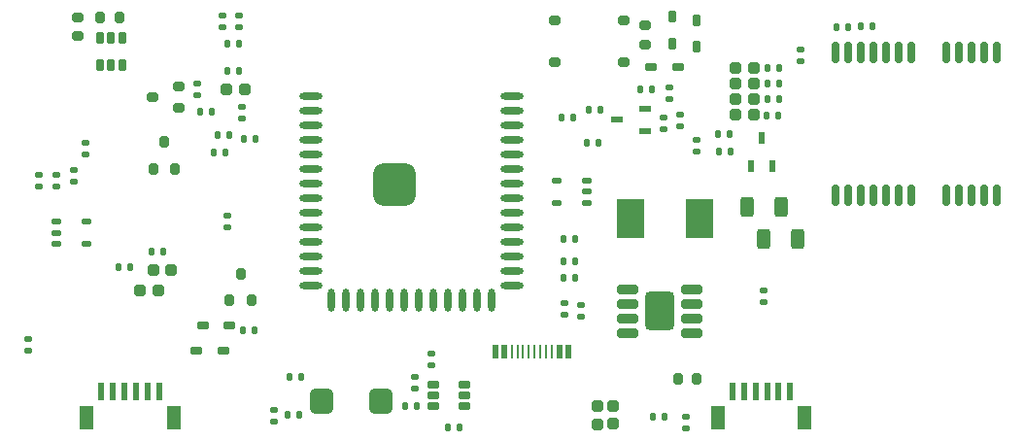
<source format=gbr>
%TF.GenerationSoftware,KiCad,Pcbnew,7.0.7*%
%TF.CreationDate,2023-10-10T16:57:59+13:00*%
%TF.ProjectId,openRiverSense,6f70656e-5269-4766-9572-53656e73652e,rev?*%
%TF.SameCoordinates,Original*%
%TF.FileFunction,Paste,Top*%
%TF.FilePolarity,Positive*%
%FSLAX46Y46*%
G04 Gerber Fmt 4.6, Leading zero omitted, Abs format (unit mm)*
G04 Created by KiCad (PCBNEW 7.0.7) date 2023-10-10 16:57:59*
%MOMM*%
%LPD*%
G01*
G04 APERTURE LIST*
G04 Aperture macros list*
%AMRoundRect*
0 Rectangle with rounded corners*
0 $1 Rounding radius*
0 $2 $3 $4 $5 $6 $7 $8 $9 X,Y pos of 4 corners*
0 Add a 4 corners polygon primitive as box body*
4,1,4,$2,$3,$4,$5,$6,$7,$8,$9,$2,$3,0*
0 Add four circle primitives for the rounded corners*
1,1,$1+$1,$2,$3*
1,1,$1+$1,$4,$5*
1,1,$1+$1,$6,$7*
1,1,$1+$1,$8,$9*
0 Add four rect primitives between the rounded corners*
20,1,$1+$1,$2,$3,$4,$5,0*
20,1,$1+$1,$4,$5,$6,$7,0*
20,1,$1+$1,$6,$7,$8,$9,0*
20,1,$1+$1,$8,$9,$2,$3,0*%
G04 Aperture macros list end*
%ADD10RoundRect,0.150000X0.325000X0.350000X-0.325000X0.350000X-0.325000X-0.350000X0.325000X-0.350000X0*%
%ADD11R,0.600000X1.600000*%
%ADD12R,1.200000X2.000000*%
%ADD13RoundRect,0.150000X-0.350000X0.325000X-0.350000X-0.325000X0.350000X-0.325000X0.350000X0.325000X0*%
%ADD14RoundRect,0.150000X-0.325000X-0.350000X0.325000X-0.350000X0.325000X0.350000X-0.325000X0.350000X0*%
%ADD15RoundRect,0.135000X-0.135000X-0.185000X0.135000X-0.185000X0.135000X0.185000X-0.135000X0.185000X0*%
%ADD16RoundRect,0.200000X0.200000X0.275000X-0.200000X0.275000X-0.200000X-0.275000X0.200000X-0.275000X0*%
%ADD17RoundRect,0.135000X-0.185000X0.135000X-0.185000X-0.135000X0.185000X-0.135000X0.185000X0.135000X0*%
%ADD18RoundRect,0.135000X0.185000X-0.135000X0.185000X0.135000X-0.185000X0.135000X-0.185000X-0.135000X0*%
%ADD19RoundRect,0.112500X0.187500X0.787500X-0.187500X0.787500X-0.187500X-0.787500X0.187500X-0.787500X0*%
%ADD20RoundRect,0.200000X0.275000X-0.200000X0.275000X0.200000X-0.275000X0.200000X-0.275000X-0.200000X0*%
%ADD21RoundRect,0.135000X0.135000X0.185000X-0.135000X0.185000X-0.135000X-0.185000X0.135000X-0.185000X0*%
%ADD22RoundRect,0.511875X-0.511874X-0.608623X0.511874X-0.608623X0.511874X0.608623X-0.511874X0.608623X0*%
%ADD23RoundRect,0.250000X0.312500X0.625000X-0.312500X0.625000X-0.312500X-0.625000X0.312500X-0.625000X0*%
%ADD24RoundRect,0.187503X0.187503X-0.312497X0.187503X0.312497X-0.187503X0.312497X-0.187503X-0.312497X0*%
%ADD25RoundRect,0.187503X0.312497X0.187503X-0.312497X0.187503X-0.312497X-0.187503X0.312497X-0.187503X0*%
%ADD26RoundRect,0.125000X-0.325000X0.125000X-0.325000X-0.125000X0.325000X-0.125000X0.325000X0.125000X0*%
%ADD27RoundRect,0.187503X-0.187503X0.312497X-0.187503X-0.312497X0.187503X-0.312497X0.187503X0.312497X0*%
%ADD28RoundRect,0.200000X0.300000X0.200000X-0.300000X0.200000X-0.300000X-0.200000X0.300000X-0.200000X0*%
%ADD29RoundRect,0.125000X0.325000X-0.125000X0.325000X0.125000X-0.325000X0.125000X-0.325000X-0.125000X0*%
%ADD30RoundRect,0.150000X-0.400000X-0.150000X0.400000X-0.150000X0.400000X0.150000X-0.400000X0.150000X0*%
%ADD31R,1.070003X0.600000*%
%ADD32R,0.600000X1.070003*%
%ADD33RoundRect,0.200000X0.200000X-0.300000X0.200000X0.300000X-0.200000X0.300000X-0.200000X-0.300000X0*%
%ADD34R,2.350013X3.500000*%
%ADD35O,2.000000X0.600000*%
%ADD36O,0.600000X2.000000*%
%ADD37RoundRect,0.925000X-0.925000X-0.925000X0.925000X-0.925000X0.925000X0.925000X-0.925000X0.925000X0*%
%ADD38RoundRect,0.150000X-0.200000X-0.350000X0.200000X-0.350000X0.200000X0.350000X-0.200000X0.350000X0*%
%ADD39R,0.500000X1.240000*%
%ADD40R,0.250000X1.240000*%
%ADD41RoundRect,0.133333X-0.766667X0.266667X-0.766667X-0.266667X0.766667X-0.266667X0.766667X0.266667X0*%
%ADD42RoundRect,0.500000X-0.800000X1.200000X-0.800000X-1.200000X0.800000X-1.200000X0.800000X1.200000X0*%
%ADD43RoundRect,0.187503X-0.312497X-0.187503X0.312497X-0.187503X0.312497X0.187503X-0.312497X0.187503X0*%
G04 APERTURE END LIST*
D10*
%TO.C,LED2*%
X23400900Y-7488200D03*
X25000900Y-7488200D03*
%TD*%
D11*
%TO.C,P2*%
X12500127Y-33850013D03*
X13500127Y-33850013D03*
X14500127Y-33850013D03*
X15500127Y-33850013D03*
X16500127Y-33850013D03*
X17499873Y-33850013D03*
D12*
X18800102Y-36149987D03*
X11199898Y-36149987D03*
%TD*%
D11*
%TO.C,P3*%
X67500127Y-33850013D03*
X68500127Y-33850013D03*
X69500127Y-33850013D03*
X70500127Y-33850013D03*
X71500127Y-33850013D03*
X72499873Y-33850013D03*
D12*
X73800102Y-36149987D03*
X66199898Y-36149987D03*
%TD*%
D13*
%TO.C,LED8*%
X55729000Y-36674200D03*
X55729000Y-35074200D03*
%TD*%
%TO.C,LED9*%
X57085700Y-36659300D03*
X57085700Y-35059300D03*
%TD*%
D14*
%TO.C,LED1*%
X69345400Y-5610300D03*
X67745400Y-5610300D03*
%TD*%
%TO.C,LED4*%
X69344700Y-6999000D03*
X67744700Y-6999000D03*
%TD*%
%TO.C,LED3*%
X69343900Y-8358900D03*
X67743900Y-8358900D03*
%TD*%
%TO.C,LED5*%
X69316100Y-9741100D03*
X67716100Y-9741100D03*
%TD*%
D10*
%TO.C,LED7*%
X16996400Y-23250700D03*
X18596400Y-23250700D03*
%TD*%
%TO.C,LED6*%
X15880000Y-25000700D03*
X17480000Y-25000700D03*
%TD*%
D15*
%TO.C,R25*%
X66338200Y-12905100D03*
X67358200Y-12905100D03*
%TD*%
D16*
%TO.C,C17*%
X64394500Y-32769200D03*
X62744500Y-32769200D03*
%TD*%
D15*
%TO.C,R41*%
X42717800Y-36996300D03*
X43737800Y-36996300D03*
%TD*%
D17*
%TO.C,C7*%
X61985800Y-7325000D03*
X61985800Y-8345000D03*
%TD*%
D16*
%TO.C,C5*%
X14040200Y-1255000D03*
X12390200Y-1255000D03*
%TD*%
D17*
%TO.C,C14*%
X6100000Y-29290000D03*
X6100000Y-30310000D03*
%TD*%
D18*
%TO.C,R30*%
X54311000Y-27288500D03*
X54311000Y-26268500D03*
%TD*%
D19*
%TO.C,U3*%
X76499773Y-16699998D03*
X77599849Y-16699998D03*
X78699925Y-16699998D03*
X79800002Y-16699998D03*
X80899824Y-16699998D03*
X81999900Y-16699998D03*
X83099976Y-16699998D03*
X86099976Y-16699998D03*
X87200052Y-16699998D03*
X88299875Y-16699998D03*
X89399951Y-16699998D03*
X90500027Y-16699998D03*
X90500027Y-4300202D03*
X89399951Y-4300202D03*
X88299875Y-4300202D03*
X87200052Y-4300202D03*
X86099976Y-4300202D03*
X83099976Y-4300202D03*
X81999900Y-4300202D03*
X80899824Y-4300202D03*
X79800002Y-4300202D03*
X78699925Y-4300202D03*
X77599849Y-4300202D03*
X76499773Y-4300202D03*
%TD*%
D15*
%TO.C,R21*%
X66242400Y-11415000D03*
X67262400Y-11415000D03*
%TD*%
D20*
%TO.C,R4*%
X10455200Y-2856100D03*
X10455200Y-1206100D03*
%TD*%
D21*
%TO.C,R23*%
X53788400Y-22452700D03*
X52768400Y-22452700D03*
%TD*%
%TO.C,R14*%
X23325700Y-12964200D03*
X22305700Y-12964200D03*
%TD*%
D22*
%TO.C,D4*%
X31684187Y-34669200D03*
X36866813Y-34669200D03*
%TD*%
D23*
%TO.C,R39*%
X73131400Y-20531100D03*
X70206400Y-20531100D03*
%TD*%
D24*
%TO.C,D1*%
X62246500Y-3496093D03*
X62246500Y-1150907D03*
%TD*%
D18*
%TO.C,C2*%
X73403000Y-5043700D03*
X73403000Y-4023700D03*
%TD*%
D21*
%TO.C,R20*%
X55771400Y-12196300D03*
X54751400Y-12196300D03*
%TD*%
D15*
%TO.C,R15*%
X24881400Y-11811900D03*
X25901400Y-11811900D03*
%TD*%
D18*
%TO.C,R26*%
X10062300Y-15557600D03*
X10062300Y-14537600D03*
%TD*%
D25*
%TO.C,D5*%
X23672593Y-28088500D03*
X21327407Y-28088500D03*
%TD*%
D18*
%TO.C,C11*%
X7081400Y-16004100D03*
X7081400Y-14984100D03*
%TD*%
D15*
%TO.C,R10*%
X70558900Y-6998400D03*
X71578900Y-6998400D03*
%TD*%
%TO.C,R5*%
X70561900Y-5610100D03*
X71581900Y-5610100D03*
%TD*%
D23*
%TO.C,R31*%
X71690300Y-17740600D03*
X68765300Y-17740600D03*
%TD*%
D21*
%TO.C,R28*%
X14965700Y-23004700D03*
X13945700Y-23004700D03*
%TD*%
D26*
%TO.C,LDO2*%
X8601325Y-19049438D03*
X8601325Y-19999400D03*
X8601325Y-20949362D03*
X11201275Y-20949362D03*
X11201275Y-19049438D03*
%TD*%
D18*
%TO.C,R29*%
X64328300Y-12883300D03*
X64328300Y-11863300D03*
%TD*%
D15*
%TO.C,R42*%
X60549000Y-36070200D03*
X61569000Y-36070200D03*
%TD*%
%TO.C,C4*%
X78649800Y-2030100D03*
X79669800Y-2030100D03*
%TD*%
%TO.C,R13*%
X70481200Y-9754200D03*
X71501200Y-9754200D03*
%TD*%
D21*
%TO.C,C3*%
X77556400Y-2043500D03*
X76536400Y-2043500D03*
%TD*%
D27*
%TO.C,D3*%
X64397000Y-1461207D03*
X64397000Y-3806393D03*
%TD*%
D15*
%TO.C,R34*%
X28704400Y-35857600D03*
X29724400Y-35857600D03*
%TD*%
%TO.C,R18*%
X52770100Y-20541900D03*
X53790100Y-20541900D03*
%TD*%
D17*
%TO.C,R35*%
X8571800Y-14909000D03*
X8571800Y-15929000D03*
%TD*%
D15*
%TO.C,C13*%
X24787800Y-28478800D03*
X25807800Y-28478800D03*
%TD*%
D28*
%TO.C,U4*%
X19245913Y-9104713D03*
X19245913Y-7204687D03*
X16945887Y-8154649D03*
%TD*%
D29*
%TO.C,LDO1*%
X54792375Y-17371762D03*
X54792375Y-16421800D03*
X54792375Y-15471838D03*
X52192425Y-15471838D03*
X52192425Y-17371762D03*
%TD*%
D21*
%TO.C,C15*%
X29910000Y-32600000D03*
X28890000Y-32600000D03*
%TD*%
D17*
%TO.C,R32*%
X70238900Y-25054100D03*
X70238900Y-26074100D03*
%TD*%
%TO.C,C1*%
X23025800Y-1071200D03*
X23025800Y-2091200D03*
%TD*%
D30*
%TO.C,ESD1*%
X44093813Y-35142362D03*
X44093813Y-34192400D03*
X44093813Y-33242438D03*
X41393787Y-33242438D03*
X41393787Y-34192400D03*
X41393787Y-35142362D03*
%TD*%
D31*
%TO.C,U1*%
X59892877Y-11111362D03*
X59892877Y-9211438D03*
X57422723Y-10161400D03*
%TD*%
D32*
%TO.C,U6*%
X69065238Y-14225777D03*
X70965162Y-14225777D03*
X70015200Y-11755623D03*
%TD*%
D25*
%TO.C,D2*%
X62749293Y-5581500D03*
X60404107Y-5581500D03*
%TD*%
D17*
%TO.C,R2*%
X24516200Y-1071300D03*
X24516200Y-2091300D03*
%TD*%
D18*
%TO.C,C10*%
X61456800Y-10993700D03*
X61456800Y-9973700D03*
%TD*%
D17*
%TO.C,R33*%
X27500000Y-35430900D03*
X27500000Y-36450900D03*
%TD*%
D18*
%TO.C,R40*%
X63402900Y-37040200D03*
X63402900Y-36020200D03*
%TD*%
%TO.C,R22*%
X23504800Y-19510000D03*
X23504800Y-18490000D03*
%TD*%
%TO.C,R37*%
X39786700Y-33545900D03*
X39786700Y-32525900D03*
%TD*%
D21*
%TO.C,R27*%
X17862500Y-21630700D03*
X16842500Y-21630700D03*
%TD*%
%TO.C,R16*%
X55997900Y-9312300D03*
X54977900Y-9312300D03*
%TD*%
D33*
%TO.C,U2*%
X16999974Y-14400000D03*
X18900000Y-14400000D03*
X17950038Y-12099974D03*
%TD*%
D34*
%TO.C,L1*%
X58630800Y-18779500D03*
X64630800Y-18779500D03*
%TD*%
D18*
%TO.C,R38*%
X52820500Y-27164300D03*
X52820500Y-26144300D03*
%TD*%
%TO.C,C12*%
X11138200Y-13164200D03*
X11138200Y-12144200D03*
%TD*%
D21*
%TO.C,R1*%
X24510000Y-3531700D03*
X23490000Y-3531700D03*
%TD*%
%TO.C,R8*%
X60448000Y-7540900D03*
X59428000Y-7540900D03*
%TD*%
%TO.C,R36*%
X39969200Y-35112900D03*
X38949200Y-35112900D03*
%TD*%
D35*
%TO.C,U5*%
X30749936Y-8105029D03*
X30749936Y-9375032D03*
X30749936Y-10645034D03*
X30749936Y-11915037D03*
X30749936Y-13185039D03*
X30749936Y-14455042D03*
X30749936Y-15725044D03*
X30749936Y-16995047D03*
X30749936Y-18265050D03*
X30749936Y-19535052D03*
X30749936Y-20805055D03*
X30749936Y-22075057D03*
X30749936Y-23345060D03*
X30749936Y-24615062D03*
D36*
X32514986Y-25894971D03*
X33784989Y-25894971D03*
X35054991Y-25894971D03*
X36324994Y-25894971D03*
X37594996Y-25894971D03*
X38864999Y-25894971D03*
X40135001Y-25894971D03*
X41405004Y-25894971D03*
X42675006Y-25894971D03*
X43945009Y-25894971D03*
X45215011Y-25894971D03*
X46485014Y-25864999D03*
D35*
X48250064Y-24615062D03*
X48250064Y-23345060D03*
X48250064Y-22075057D03*
X48250064Y-20805055D03*
X48250064Y-19535052D03*
X48250064Y-18265050D03*
X48250064Y-16995047D03*
X48250064Y-15725044D03*
X48250064Y-14455042D03*
X48250064Y-13185039D03*
X48250064Y-11915037D03*
X48250064Y-10645034D03*
X48250064Y-9375032D03*
X48250064Y-8105029D03*
D37*
X37999873Y-15825121D03*
%TD*%
D38*
%TO.C,BMS1*%
X12385200Y-5410600D03*
X13335200Y-5410600D03*
X14285200Y-5410600D03*
X14285200Y-3010600D03*
X13335200Y-3010600D03*
X12385200Y-3010600D03*
%TD*%
D15*
%TO.C,R9*%
X70515500Y-8344300D03*
X71535500Y-8344300D03*
%TD*%
D20*
%TO.C,R3*%
X59862200Y-3576000D03*
X59862200Y-1926000D03*
%TD*%
D21*
%TO.C,R7*%
X24510000Y-5878500D03*
X23490000Y-5878500D03*
%TD*%
D17*
%TO.C,C16*%
X41252200Y-30501900D03*
X41252200Y-31521900D03*
%TD*%
D39*
%TO.C,P1*%
X46792300Y-30389425D03*
X53192173Y-30389400D03*
X47592300Y-30389425D03*
X52392300Y-30389425D03*
D40*
X48742300Y-30389425D03*
X51742300Y-30389425D03*
X49242300Y-30389425D03*
X50242300Y-30389425D03*
X49742300Y-30389425D03*
X50742300Y-30389425D03*
X51242300Y-30389425D03*
X48242300Y-30389425D03*
%TD*%
D15*
%TO.C,R11*%
X52599900Y-9940100D03*
X53619900Y-9940100D03*
%TD*%
D17*
%TO.C,R6*%
X20816400Y-6949400D03*
X20816400Y-7969400D03*
%TD*%
D21*
%TO.C,R19*%
X22114100Y-9409900D03*
X21094100Y-9409900D03*
%TD*%
D18*
%TO.C,C6*%
X24758000Y-10078700D03*
X24758000Y-9058700D03*
%TD*%
D33*
%TO.C,U7*%
X23663687Y-25860313D03*
X25563713Y-25860313D03*
X24613751Y-23560287D03*
%TD*%
D18*
%TO.C,C8*%
X62917300Y-10752400D03*
X62917300Y-9732400D03*
%TD*%
D21*
%TO.C,C9*%
X23597200Y-11473900D03*
X22577200Y-11473900D03*
%TD*%
D41*
%TO.C,BMS2*%
X58368784Y-24915996D03*
X58368784Y-26185999D03*
X58368784Y-27456001D03*
X58368784Y-28726004D03*
X63913616Y-28726004D03*
X63913616Y-27456001D03*
X63913616Y-26185999D03*
X63913616Y-24915996D03*
D42*
X61141200Y-26821000D03*
%TD*%
D43*
%TO.C,D6*%
X20769607Y-30243300D03*
X23114793Y-30243300D03*
%TD*%
D28*
%TO.C,SW1*%
X58000000Y-5150000D03*
X52000000Y-5150000D03*
X58000000Y-1450000D03*
X52000000Y-1450000D03*
%TD*%
D21*
%TO.C,R24*%
X53790500Y-23943200D03*
X52770500Y-23943200D03*
%TD*%
M02*

</source>
